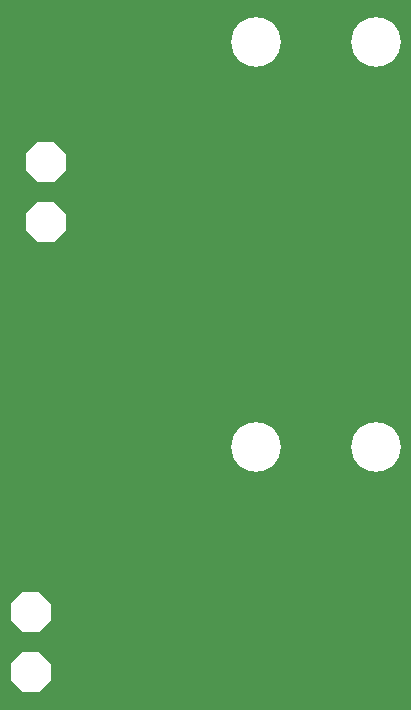
<source format=gbs>
G04 EAGLE Gerber RS-274X export*
G75*
%MOMM*%
%FSLAX34Y34*%
%LPD*%
%INSoldermask Bottom*%
%IPNEG*%
%AMOC8*
5,1,8,0,0,1.08239X$1,22.5*%
G01*
%ADD10P,3.629037X8X22.500000*%
%ADD11C,4.203200*%


D10*
X101600Y571500D03*
X101600Y622300D03*
X88900Y190500D03*
X88900Y241300D03*
D11*
X279400Y381000D03*
X381000Y381000D03*
X279400Y723900D03*
X381000Y723900D03*
M02*

</source>
